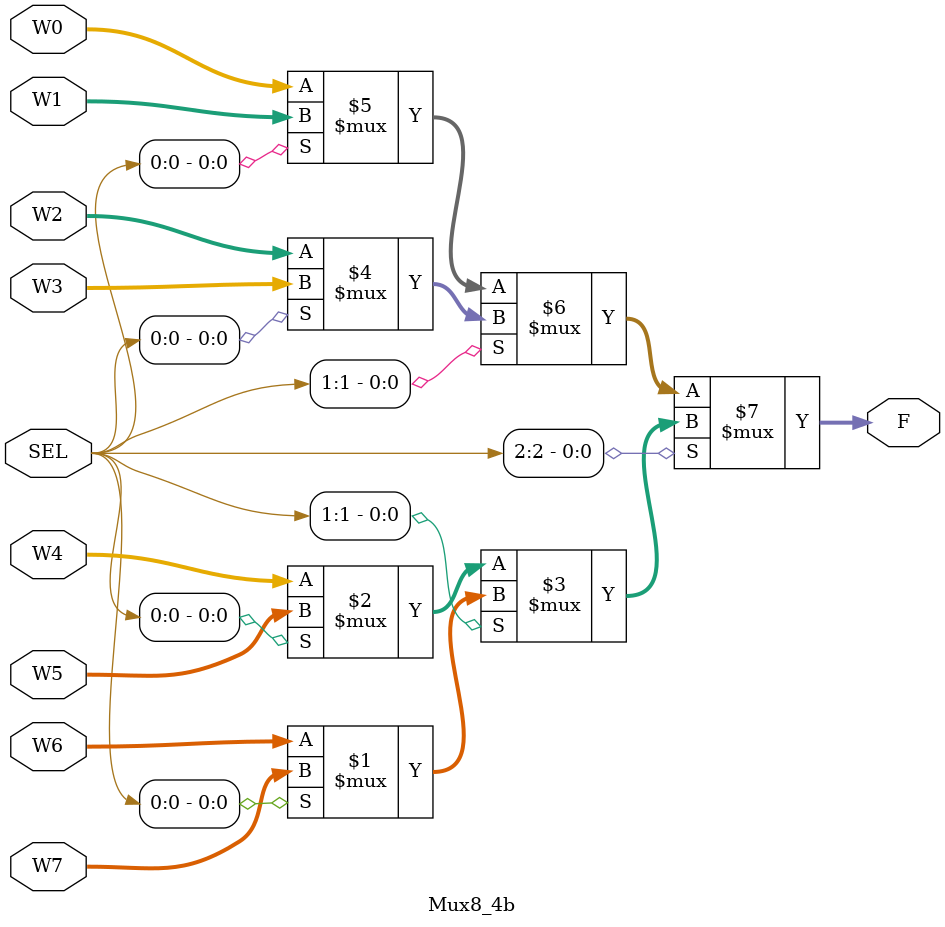
<source format=v>
module Mux8_4b (SEL,W0,W1,W2,W3,W4,W5,W6,W7,F);
	input [3:0] W0,W1,W2,W3,W4,W5,W6,W7;
	input [2:0] SEL;
	output [3:0] F;
	
	assign F = SEL[2] ? (SEL[1] ? (SEL[0]?W7:W6):(SEL[0]?W5:W4)):(SEL[1] ? (SEL[0]?W3:W2):(SEL[0]?W1:W0));
	
endmodule
			
</source>
